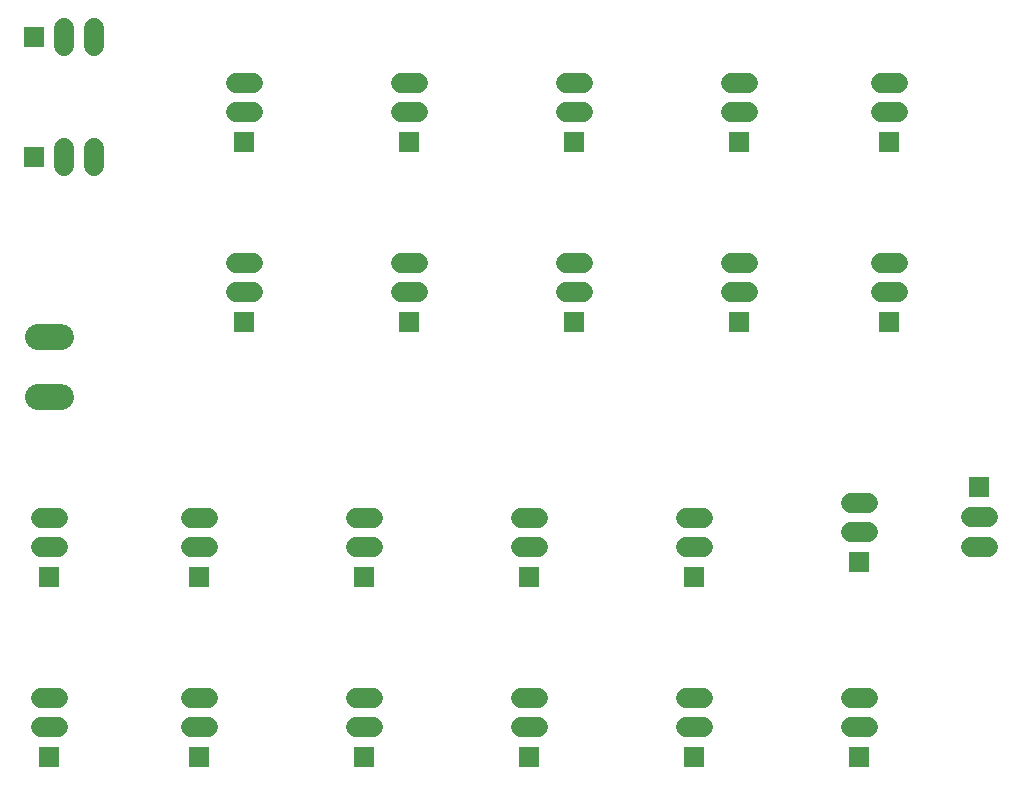
<source format=gbr>
G04 EAGLE Gerber RS-274X export*
G75*
%MOMM*%
%FSLAX34Y34*%
%LPD*%
%INSoldermask Bottom*%
%IPPOS*%
%AMOC8*
5,1,8,0,0,1.08239X$1,22.5*%
G01*
%ADD10C,2.184400*%
%ADD11C,1.711200*%
%ADD12R,1.711200X1.711200*%


D10*
X66294Y431546D02*
X86106Y431546D01*
X86106Y381508D02*
X66294Y381508D01*
D11*
X195660Y101600D02*
X210740Y101600D01*
X210740Y126600D02*
X195660Y126600D01*
D12*
X203200Y76200D03*
D11*
X210740Y254000D02*
X195660Y254000D01*
X195660Y279000D02*
X210740Y279000D01*
D12*
X203200Y228600D03*
D11*
X335360Y254000D02*
X350440Y254000D01*
X350440Y279000D02*
X335360Y279000D01*
D12*
X342900Y228600D03*
D11*
X350440Y101600D02*
X335360Y101600D01*
X335360Y126600D02*
X350440Y126600D01*
D12*
X342900Y76200D03*
D11*
X475060Y101600D02*
X490140Y101600D01*
X490140Y126600D02*
X475060Y126600D01*
D12*
X482600Y76200D03*
D11*
X490140Y254000D02*
X475060Y254000D01*
X475060Y279000D02*
X490140Y279000D01*
D12*
X482600Y228600D03*
D11*
X614760Y254000D02*
X629840Y254000D01*
X629840Y279000D02*
X614760Y279000D01*
D12*
X622300Y228600D03*
D11*
X629840Y101600D02*
X614760Y101600D01*
X614760Y126600D02*
X629840Y126600D01*
D12*
X622300Y76200D03*
D11*
X754460Y101600D02*
X769540Y101600D01*
X769540Y126600D02*
X754460Y126600D01*
D12*
X762000Y76200D03*
D11*
X769540Y266700D02*
X754460Y266700D01*
X754460Y291700D02*
X769540Y291700D01*
D12*
X762000Y241300D03*
D11*
X856060Y279400D02*
X871140Y279400D01*
X871140Y254400D02*
X856060Y254400D01*
D12*
X863600Y304800D03*
D11*
X794940Y469900D02*
X779860Y469900D01*
X779860Y494900D02*
X794940Y494900D01*
D12*
X787400Y444500D03*
D11*
X794940Y622300D02*
X779860Y622300D01*
X779860Y647300D02*
X794940Y647300D01*
D12*
X787400Y596900D03*
D11*
X667940Y622300D02*
X652860Y622300D01*
X652860Y647300D02*
X667940Y647300D01*
D12*
X660400Y596900D03*
D11*
X667940Y469900D02*
X652860Y469900D01*
X652860Y494900D02*
X667940Y494900D01*
D12*
X660400Y444500D03*
D11*
X528240Y469900D02*
X513160Y469900D01*
X513160Y494900D02*
X528240Y494900D01*
D12*
X520700Y444500D03*
D11*
X528240Y622300D02*
X513160Y622300D01*
X513160Y647300D02*
X528240Y647300D01*
D12*
X520700Y596900D03*
D11*
X388540Y622300D02*
X373460Y622300D01*
X373460Y647300D02*
X388540Y647300D01*
D12*
X381000Y596900D03*
D11*
X388540Y469900D02*
X373460Y469900D01*
X373460Y494900D02*
X388540Y494900D01*
D12*
X381000Y444500D03*
D11*
X248840Y469900D02*
X233760Y469900D01*
X233760Y494900D02*
X248840Y494900D01*
D12*
X241300Y444500D03*
D11*
X248840Y622300D02*
X233760Y622300D01*
X233760Y647300D02*
X248840Y647300D01*
D12*
X241300Y596900D03*
D11*
X88900Y678260D02*
X88900Y693340D01*
X113900Y693340D02*
X113900Y678260D01*
D12*
X63500Y685800D03*
D11*
X88900Y591740D02*
X88900Y576660D01*
X113900Y576660D02*
X113900Y591740D01*
D12*
X63500Y584200D03*
D11*
X68660Y254000D02*
X83740Y254000D01*
X83740Y279000D02*
X68660Y279000D01*
D12*
X76200Y228600D03*
D11*
X83740Y101600D02*
X68660Y101600D01*
X68660Y126600D02*
X83740Y126600D01*
D12*
X76200Y76200D03*
M02*

</source>
